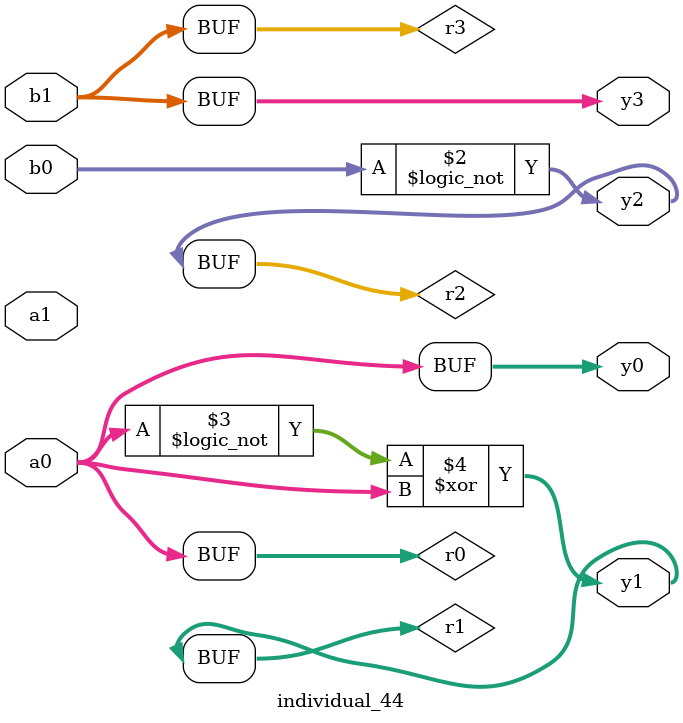
<source format=sv>
module individual_44(input logic [15:0] a1, input logic [15:0] a0, input logic [15:0] b1, input logic [15:0] b0, output logic [15:0] y3, output logic [15:0] y2, output logic [15:0] y1, output logic [15:0] y0);
logic [15:0] r0, r1, r2, r3; 
 always@(*) begin 
	 r0 = a0; r1 = a1; r2 = b0; r3 = b1; 
 	 r2 = ! b0 ;
 	 r1 = ! r0 ;
 	 r1  ^=  a0 ;
 	 y3 = r3; y2 = r2; y1 = r1; y0 = r0; 
end
endmodule
</source>
